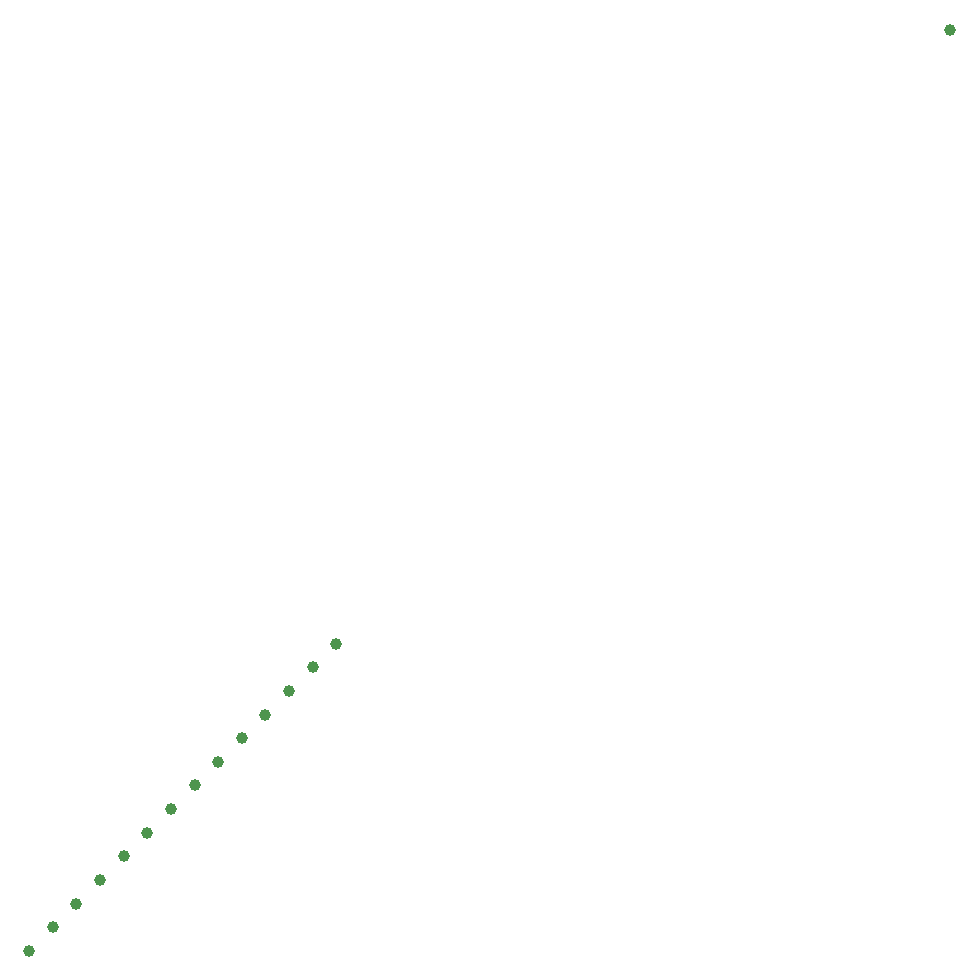
<source format=gbr>
G04 Examples for testing time performance of Gerber parsers*
%FSLAX26Y26*%
%MOMM*%
%ADD10C,1*%
%LPD*%
D10*
X0Y0D03*
X78000000Y78000000D03*
X2000000Y2000000D03*
X4000000Y4000000D03*
X6000000Y6000000D03*
X8000000Y8000000D03*
X10000000Y10000000D03*
X12000000Y12000000D03*
X14000000Y14000000D03*
X16000000Y16000000D03*
X18000000Y18000000D03*
X20000000Y20000000D03*
X22000000Y22000000D03*
X24000000Y24000000D03*
X26000000Y26000000D03*
M02*

</source>
